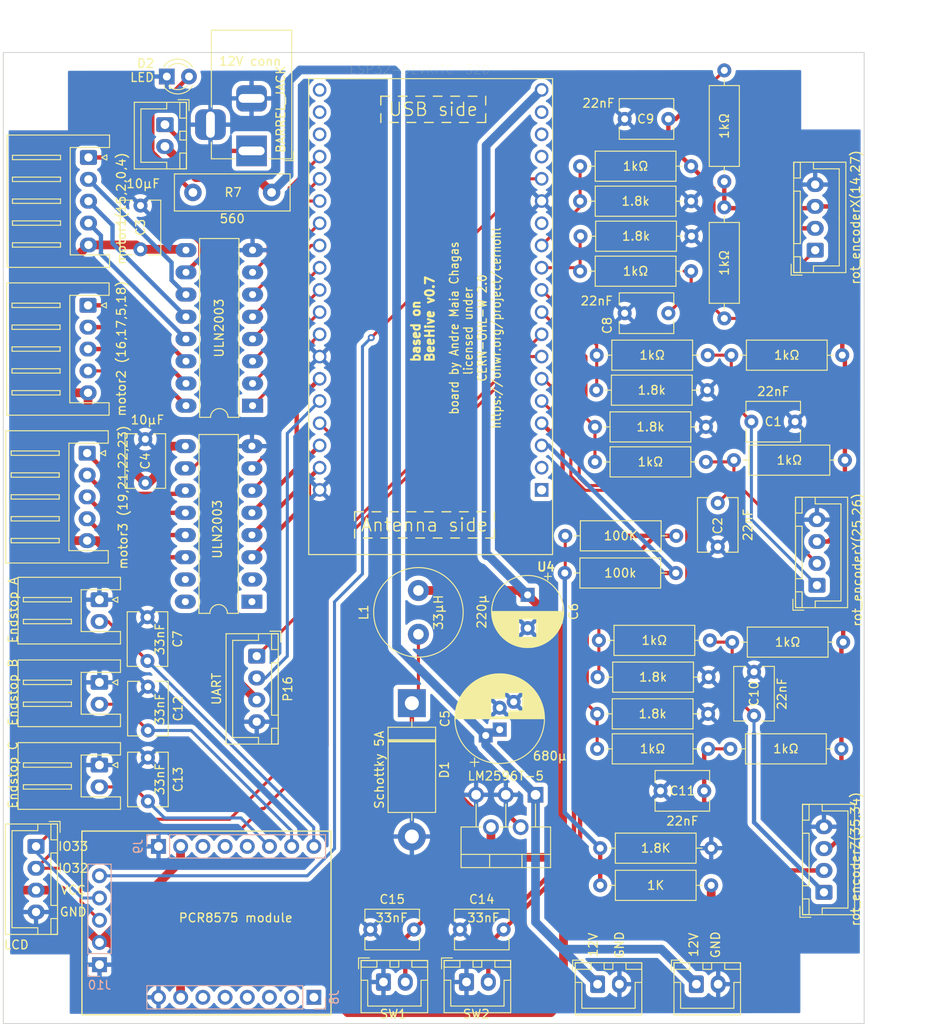
<source format=kicad_pcb>
(kicad_pcb (version 20240108) (generator "pcbnew") (generator_version "8.0")
  (layers (0 "F.Cu" signal) (31 "B.Cu" signal) (34 "B.Paste" user) (35 "F.Paste" user) (36 "B.SilkS" user "B.Silkscreen") (37 "F.SilkS" user "F.Silkscreen") (38 "B.Mask" user) (39 "F.Mask" user) (44 "Edge.Cuts" user))
  (net 0 "")
  (net 1 "GND")
  (net 2 "Net-(J1-Pin_1)")
  (net 3 "Net-(J1-Pin_2)")
  (net 4 "Net-(J2-Pin_1)")
  (net 5 "Net-(J2-Pin_2)")
  (net 6 "+5V")
  (net 7 "Net-(D1-K)")
  (net 8 "Net-(D2-A)")
  (net 9 "Net-(J13-Pin_1)")
  (net 10 "Net-(J13-Pin_2)")
  (net 11 "Net-(J13-Pin_3)")
  (net 12 "Net-(J13-Pin_4)")
  (net 13 "Net-(J15-Pin_1)")
  (net 14 "Net-(J15-Pin_2)")
  (net 15 "Net-(J15-Pin_3)")
  (net 16 "Net-(J15-Pin_4)")
  (net 17 "Net-(J17-Pin_1)")
  (net 18 "Net-(J17-Pin_2)")
  (net 19 "Net-(J17-Pin_3)")
  (net 20 "Net-(J17-Pin_4)")
  (net 21 "encoderZ_1")
  (net 22 "encoderZ_2")
  (net 23 "TX")
  (net 24 "RX")
  (net 30 "+3V3")
  (net 31 "encoderY_1")
  (net 32 "encoderY_2")
  (net 33 "encoderX_2")
  (net 34 "encoderX_1")
  (net 37 "Net-(U1-I5)")
  (net 38 "Net-(U2-I6)")
  (net 39 "Net-(U2-I3)")
  (net 40 "Net-(U2-I5)")
  (net 41 "Net-(U2-I2)")
  (net 42 "Net-(U2-I4)")
  (net 43 "Net-(U2-I7)")
  (net 44 "Net-(U2-I1)")
  (net 47 "Net-(U1-I7)")
  (net 49 "Net-(U1-I6)")
  (net 51 "Net-(P1-Pin_2)")
  (net 52 "Net-(P1-Pin_1)")
  (net 53 "Net-(J5-Pin_2)")
  (net 54 "Net-(J6-Pin_2)")
  (net 55 "Net-(U1-I3)")
  (net 56 "Net-(U1-I4)")
  (net 59 "Net-(J3-Pin_1)")
  (net 60 "Net-(J3-Pin_2)")
  (net 61 "Net-(J7-Pin_2)")
  (net 62 "Net-(J4-Pin_2)")
  (net 63 "Net-(J11-Pin_2)")
  (net 68 "I2C_SCL")
  (net 69 "I2C_INT")
  (net 70 "I2C_SDA")
  (net 75 "Net-(R16-Pad2)")
  (footprint "Connector_JST:JST_XH_B4B-XH-A_1x04_P2.50mm_Vertical" (layer "F.Cu") (at 188.4 136 90)
    (property "Reference" "J1" (hide yes))
    (property "Value" "rot_encoderZ(35,34)")
  )
  (footprint "Connector_JST:JST_XH_S2B-XH-A_1x02_P2.50mm_Horizontal" (layer "F.Cu") (at 105.5 112 -90)
    (property "Reference" "J6" (hide yes))
    (property "Value" "Endstop B")
  )
  (footprint "Connector_JST:JST_XH_B2B-XH-A_1x02_P2.50mm_Vertical" (layer "F.Cu") (at 113 48.25 -90)
    (property "Reference" "P1" (hide yes))
    (property "Value" "Conn_01x02" (hide yes))
  )
  (footprint "Resistor_THT:R_Axial_DIN0309_L9.0mm_D3.2mm_P12.70mm_Horizontal" (layer "F.Cu") (at 175.05 78.6 180)
    (property "Reference" "R3" (hide yes))
    (property "Value" "1.8k")
  )
  (footprint "Resistor_THT:R_Box_L13.0mm_W4.0mm_P9.00mm" (layer "F.Cu") (at 116.2 56)
    (property "Reference" "R7")
    (property "Value" "560")
  )
  (footprint "MountingHole:MountingHole_3.2mm_M3_DIN965" (layer "F.Cu") (at 189.2 146.5)
    (property "Reference" "H3" (hide yes))
    (property "Value" "MountingHole" (hide yes))
  )
  (footprint "Connector_JST:JST_XH_B2B-XH-A_1x02_P2.50mm_Vertical" (layer "F.Cu") (at 147.5 146.25)
    (property "Reference" "J4" (hide yes))
    (property "Value" "Switch 2")
  )
  (footprint "Resistor_THT:R_Axial_DIN0309_L9.0mm_D3.2mm_P12.70mm_Horizontal" (layer "F.Cu") (at 178.1 86.6)
    (property "Reference" "R4" (hide yes))
    (property "Value" "1kΩ")
  )
  (footprint "Connector_JST:JST_XH_B2B-XH-A_1x02_P2.50mm_Vertical" (layer "F.Cu") (at 138 146.25)
    (property "Reference" "J11" (hide yes))
    (property "Value" "Switch 1")
  )
  (footprint "Capacitor_THT:C_Disc_D6.0mm_W4.4mm_P5.00mm" (layer "F.Cu") (at 165.6 47.6)
    (property "Reference" "C9")
    (property "Value" "22nF")
  )
  (footprint "Resistor_THT:R_Axial_DIN0309_L9.0mm_D3.2mm_P12.70mm_Horizontal" (layer "F.Cu") (at 162.65 107.2)
    (property "Reference" "R23" (hide yes))
    (property "Value" "1kΩ")
  )
  (footprint "Resistor_THT:R_Axial_DIN0309_L9.0mm_D3.2mm_P12.70mm_Horizontal" (layer "F.Cu") (at 175.2 111.4 180)
    (property "Reference" "R24" (hide yes))
    (property "Value" "1.8k")
  )
  (footprint "Resistor_THT:R_Axial_DIN0309_L9.0mm_D3.2mm_P12.70mm_Horizontal" (layer "F.Cu") (at 177.7 119.6)
    (property "Reference" "R25" (hide yes))
    (property "Value" "1kΩ")
  )
  (footprint "Capacitor_THT:C_Disc_D6.0mm_W4.4mm_P5.00mm" (layer "F.Cu") (at 110.2 57.5 -90)
    (property "Reference" "C3")
    (property "Value" "10µF")
  )
  (footprint "Capacitor_THT:C_Disc_D6.0mm_W4.4mm_P5.00mm" (layer "F.Cu") (at 111.05 112.5 -90)
    (property "Reference" "C12")
    (property "Value" "C")
  )
  (footprint "Connector_JST:JST_XH_S5B-XH-A_1x05_P2.50mm_Horizontal" (layer "F.Cu") (at 104.25 52 -90)
    (property "Reference" "J13" (hide yes))
    (property "Value" "motor1(15,2,0,4)")
  )
  (footprint "Resistor_THT:R_Axial_DIN0309_L9.0mm_D3.2mm_P12.70mm_Horizontal" (layer "F.Cu") (at 173.2 57 180)
    (property "Reference" "R15" (hide yes))
    (property "Value" "1.8k")
  )
  (footprint "Resistor_THT:R_Axial_DIN0309_L9.0mm_D3.2mm_P12.70mm_Horizontal" (layer "F.Cu") (at 171.5 95.25 180)
    (property "Reference" "R8" (hide yes))
    (property "Value" "100K")
  )
  (footprint "Connector_JST:JST_XH_B4B-XH-A_1x04_P2.50mm_Vertical" (layer "F.Cu") (at 98.25 130.75 -90)
    (property "Reference" "P2" (hide yes))
    (property "Value" "LCD")
  )
  (footprint "Resistor_THT:R_Axial_DIN0309_L9.0mm_D3.2mm_P12.70mm_Horizontal" (layer "F.Cu") (at 177 42.05 -90)
    (property "Reference" "R13" (hide yes))
    (property "Value" "1kΩ")
  )
  (footprint "Resistor_THT:R_Axial_DIN0309_L9.0mm_D3.2mm_P12.70mm_Horizontal" (layer "F.Cu") (at 173.25 61 180)
    (property "Reference" "R12" (hide yes))
    (property "Value" "1.8k")
  )
  (footprint "Package_DIP:DIP-16_W7.62mm_LongPads" (layer "F.Cu") (at 122.95 102.78 180)
    (property "Reference" "U1" (hide yes))
    (property "Value" "ULN2003")
  )
  (footprint "Capacitor_THT:C_Disc_D6.0mm_W4.4mm_P5.00mm" (layer "F.Cu") (at 111 104.55 -90)
    (property "Reference" "C7")
    (property "Value" "C")
  )
  (footprint "Connector_JST:JST_XH_S2B-XH-A_1x02_P2.50mm_Horizontal" (layer "F.Cu") (at 105.5 121.45 -90)
    (property "Reference" "J7" (hide yes))
    (property "Value" "Endstop C")
  )
  (footprint "Connector_JST:JST_XH_B4B-XH-A_1x04_P2.50mm_Vertical" (layer "F.Cu") (at 123.5 109 -90)
    (property "Reference" "P16")
    (property "Value" "UART")
  )
  (footprint "Connector_JST:JST_XH_B4B-XH-A_1x04_P2.50mm_Vertical" (layer "F.Cu") (at 187.4 62.6 90)
    (property "Reference" "J3" (hide yes))
    (property "Value" "rot_encoderX(14,27)")
  )
  (footprint "Connector_BarrelJack:BarrelJack_Horizontal" (layer "F.Cu") (at 122.9075 51.25 -90)
    (property "Reference" "CON1" (hide yes))
    (property "Value" "BARREL_JACK")
  )
  (footprint "Connector_JST:JST_XH_B2B-XH-A_1x02_P2.50mm_Vertical" (layer "F.Cu") (at 162.5 146.5)
    (property "Reference" "P10" (hide yes))
    (property "Value" "Conn_01x02" (hide yes))
  )
  (footprint "Resistor_THT:R_Axial_DIN0309_L9.0mm_D3.2mm_P12.70mm_Horizontal" (layer "F.Cu") (at 162.4 74.6)
    (property "Reference" "R2" (hide yes))
    (property "Value" "1kΩ")
  )
  (footprint "Capacitor_THT:C_Disc_D6.0mm_W4.4mm_P5.00mm" (layer "F.Cu") (at 110.75 84.2 -90)
    (property "Reference" "C4")
    (property "Value" "10µF")
  )
  (footprint "Connector_JST:JST_XH_B2B-XH-A_1x02_P2.50mm_Vertical" (layer "F.Cu") (at 173.8 146.5)
    (property "Reference" "P15" (hide yes))
    (property "Value" "Conn_01x02" (hide yes))
  )
  (footprint "Diode_THT:D_DO-201AD_P15.24mm_Horizontal" (layer "F.Cu") (at 141.25 114.38 -90)
    (property "Reference" "D1")
    (property "Value" "Schottky 5A")
  )
  (footprint "Capacitor_THT:CP_Radial_D10.0mm_P2.50mm_P5.00mm" (layer "F.Cu") (at 151.3 117.4 90)
    (property "Reference" "C5")
    (property "Value" "680µ" (hide yes))
  )
  (footprint "Resistor_THT:R_Axial_DIN0309_L9.0mm_D3.2mm_P12.70mm_Horizontal" (layer "F.Cu") (at 174.9 82.8 180)
    (property "Reference" "R6" (hide yes))
    (property "Value" "1.8k")
  )
  (footprint "Resistor_THT:R_Axial_DIN0309_L9.0mm_D3.2mm_P12.70mm_Horizontal" (layer "F.Cu") (at 162.8 130.95)
    (property "Reference" "R17" (hide yes))
    (property "Value" "1.8K")
  )
  (footprint "Connector_JST:JST_XH_B4B-XH-A_1x04_P2.50mm_Vertical" (layer "F.Cu") (at 187.6 100.9 90)
    (property "Reference" "J2" (hide yes))
    (property "Value" "rot_encoderY(25,26)")
  )
  (footprint "Resistor_THT:R_Axial_DIN0309_L9.0mm_D3.2mm_P12.70mm_Horizontal" (layer "F.Cu") (at 177.8 74.6)
    (property "Reference" "R1" (hide yes))
    (property "Value" "1kΩ")
  )
  (footprint "Capacitor_THT:C_Disc_D6.0mm_W4.4mm_P5.00mm" (layer "F.Cu") (at 146.75 140.25)
    (property "Reference" "C14")
    (property "Value" "33nF")
  )
  (footprint "Capacitor_THT:C_Disc_D6.0mm_W4.4mm_P5.00mm" (layer "F.Cu") (at 165.6 69.8)
    (property "Reference" "C8")
    (property "Value" "22nF")
  )
  (footprint "Inductor_THT:L_Radial_D10.0mm_P5.00mm_Neosid_SD12_style3" (layer "F.Cu") (at 142 106.5 90)
    (property "Reference" "L1")
    (property "Value" "33µH")
  )
  (footprint "Capacitor_THT:C_Disc_D6.0mm_W4.4mm_P5.00mm" (layer "F.Cu") (at 169.7 124.4)
    (property "Reference" "C11")
    (property "Value" "22nF")
  )
  (footprint "Package_TO_SOT_THT:TO-220-5_P3.4x3.7mm_StaggerOdd_Lead3.8mm_Vertical" (layer "F.Cu") (at 155.4 124.85 180)
    (property "Reference" "U3" (hide yes))
    (property "Value" "LM2596T-5")
  )
  (footprint "MountingHole:MountingHole_3.2mm_M3_DIN965" (layer "F.Cu") (at 98.7 45.5)
    (property "Reference" "H2" (hide yes))
    (property "Value" "MountingHole" (hide yes))
  )
  (footprint "Resistor_THT:R_Axial_DIN0309_L9.0mm_D3.2mm_P12.70mm_Horizontal" (layer "F.Cu") (at 162.2 86.8)
    (property "Reference" "R5" (hide yes))
    (property "Value" "1kΩ")
  )
  (footprint "Connector_JST:JST_XH_S5B-XH-A_1x05_P2.50mm_Horizontal" (layer "F.Cu") (at 104.1 85.8 -90)
    (property "Reference" "J17" (hide yes))
    (property "Value" "motor3 (19,21,22,23)")
  )
  (footprint "MountingHole:MountingHole_3.2mm_M3_DIN965" (layer "F.Cu") (at 189.2 45.5)
    (property "Reference" "H1" (hide yes))
    (property "Value" "MountingHole" (hide yes))
  )
  (footprint "Resistor_THT:R_Axial_DIN0309_L9.0mm_D3.2mm_P12.70mm_Horizontal" (layer "F.Cu") (at 160.5 53)
    (property "Reference" "R14" (hide yes))
    (property "Value" "1kΩ")
  )
  (footprint "Capacitor_THT:C_Disc_D6.0mm_W4.4mm_P5.00mm" (layer "F.Cu") (at 185.1 82.2 180)
    (property "Reference" "C1")
    (property "Value" "22nF")
  )
  (footprint "Capacitor_THT:C_Disc_D6.0mm_W4.4mm_P5.00mm" (layer "F.Cu") (at 136.5 140.25)
    (property "Reference" "C15")
    (property "Value" "33nF")
  )
  (footprint "Resistor_THT:R_Axial_DIN0309_L9.0mm_D3.2mm_P12.70mm_Horizontal" (layer "F.Cu") (at 177 70.4 90)
    (property "Reference" "R10" (hide yes))
    (property "Value" "1kΩ")
  )
  (footprint "LED_THT:LED_D3.0mm" (layer "F.Cu") (at 113.21 42.75)
    (property "Reference" "D2")
    (property "Value" "LED")
  )
  (footprint "Resistor_THT:R_Axial_DIN0309_L9.0mm_D3.2mm_P12.70mm_Horizontal" (layer "F.Cu") (at 162.45 119.6)
    (property "Reference" "R26" (hide yes))
    (property "Value" "1kΩ")
  )
  (footprint "Resistor_THT:R_Axial_DIN0309_L9.0mm_D3.2mm_P12.70mm_Horizontal" (layer "F.Cu") (at 160.5 65)
    (property "Reference" "R11" (hide yes))
    (property "Value" "1kΩ")
  )
  (footprint "Resistor_THT:R_Axial_DIN0309_L9.0mm_D3.2mm_P12.70mm_Horizontal" (layer "F.Cu") (at 158.75 99.5)
    (property "Reference" "R9" (hide yes))
    (property "Value" "100k")
  )
  (footprint "Package_DIP:DIP-16_W7.62mm_LongPads" (layer "F.Cu") (at 123.025 80.375 180)
    (property "Reference" "U2" (hide yes))
    (property "Value" "ULN2003")
  )
  (footprint "Resistor_THT:R_Axial_DIN0309_L9.0mm_D3.2mm_P12.70mm_Horizontal" (layer "F.Cu") (at 175.15 115.6 180)
    (property "Reference" "R27" (hide yes))
    (property "Value" "1.8k")
  )
  (footprint "Connector_JST:JST_XH_S5B-XH-A_1x05_P2.50mm_Horizontal" (layer "F.Cu") (at 104.2 68.9 -90)
    (property "Reference" "J15" (hide yes))
    (property "Value" "motor2 (16,17,5,18)")
  )
  (footprint "MountingHole:MountingHole_3.2mm_M3_DIN965" (layer "F.Cu") (at 98.7 146.5)
    (property "Reference" "H4" (hide yes))
    (property "Value" "MountingHole" (hide yes))
  )
  (footprint "Resistor_THT:R_Axial_DIN0309_L9.0mm_D3.2mm_P12.70mm_Horizontal" (layer "F.Cu") (at 177.9 107.4)
    (property "Reference" "R22" (hide yes))
    (property "Value" "1kΩ")
  )
  (footprint "Resistor_THT:R_Axial_DIN0309_L9.0mm_D3.2mm_P12.70mm_Horizontal" (layer "F.Cu") (at 175.5 135.2 180)
    (property "Reference" "R16" (hide yes))
    (property "Value" "1K")
  )
  (footprint "Capacitor_THT:C_Disc_D6.0mm_W4.4mm_P5.00mm" (layer "F.Cu") (at 111.05 120.6 -90)
    (property "Reference" "C13")
    (property "Value" "C")
  )
  (footprint "Capacitor_THT:C_Disc_D6.0mm_W4.4mm_P5.00mm" (layer "F.Cu") (at 176.25 96.5 90)
    (property "Reference" "C2")
    (property "Value" "22nF")
  )
  (footprint "Capacitor_THT:CP_Radial_D8.0mm_P3.80mm" (layer "F.Cu") (at 154.5 102 -90)
    (property "Reference" "C6")
    (property "Value" "220µ")
  )
  (footprint "Connector_JST:JST_XH_S2B-XH-A_1x02_P2.50mm_Horizontal" (layer "F.Cu") (at 105.5 102.55 -90)
    (property "Reference" "J5" (hide yes))
    (property "Value" "Endstop A")
  )
  (footprint "footprints:MODULE_ESP32-DEVKITC-32D" (layer "F.Cu") (at 156.1 90 180)
    (property "Reference" "U4")
    (property "Value" "ESP32-DEVKITC-32D")
  )
  (footprint "Capacitor_THT:C_Disc_D6.0mm_W4.4mm_P5.00mm" (layer "F.Cu") (at 180.4 110.8 -90)
    (property "Reference" "C10")
    (property "Value" "22nF")
  )
  (footprint "Connector_PinHeader_2.54mm:PinHeader_1x05_P2.54mm_Vertical" (layer "B.Cu") (at 105.51 144.27)
    (property "Reference" "J10")
    (property "Value" "pcf8575 IO expander")
  )
  (footprint "Connector_PinHeader_2.54mm:PinHeader_1x08_P2.54mm_Vertical" (layer "B.Cu") (at 130.04 148 90)
    (property "Reference" "J8")
    (property "Value" "Conn_01x16" (hide yes))
  )
  (footprint "Connector_PinHeader_2.54mm:PinHeader_1x08_P2.54mm_Vertical" (layer "B.Cu") (at 112.26 130.75 -90)
    (property "Reference" "J9")
    (property "Value" "Conn_01x16" (hide yes))
  )
  (gr_line (start 140.7 45) (end 139.7 45) (stroke (width 0.15)) (layer "F.SilkS"))
  (gr_line (start 139.7 92.5) (end 138.7 92.5) (stroke (width 0.15)) (layer "F.SilkS"))
  (gr_line (start 148.7 45) (end 147.7 45) (stroke (width 0.15)) (layer "F.SilkS"))
  (gr_line (start 142.7 45) (end 141.7 45) (stroke (width 0.15)) (layer "F.SilkS"))
  (gr_line (start 142.7 95.5) (end 141.7 95.5) (stroke (width 0.15)) (layer "F.SilkS"))
  (gr_line (start 137.7 47) (end 137.7 48) (stroke (width 0.15)) (layer "F.SilkS"))
  (gr_line (start 150.7 95.5) (end 149.7 95.5) (stroke (width 0.15)) (layer "F.SilkS"))
  (gr_line (start 135.7 92.5) (end 134.7 92.5) (stroke (width 0.15)) (layer "F.SilkS"))
  (gr_line (start 141.7 92.5) (end 140.7 92.5) (stroke (width 0.15)) (layer "F.SilkS"))
  (gr_line (start 136.7 95.5) (end 135.7 95.5) (stroke (width 0.15)) (layer "F.SilkS"))
  (gr_line (start 149.7 45) (end 149.7 46) (stroke (width 0.15)) (layer "F.SilkS"))
  (gr_line (start 143.7 92.5) (end 142.7 92.5) (stroke (width 0.15)) (layer "F.SilkS"))
  (gr_line (start 140.7 95.5) (end 139.7 95.5) (stroke (width 0.15)) (layer "F.SilkS"))
  (gr_line (start 138.7 45) (end 137.7 45) (stroke (width 0.15)) (layer "F.SilkS"))
  (gr_line (start 144.7 95.5) (end 143.7 95.5) (stroke (width 0.15)) (layer "F.SilkS"))
  (gr_line (start 150.7 94.5) (end 150.7 95.5) (stroke (width 0.15)) (layer "F.SilkS"))
  (gr_line (start 149.7 47) (end 149.7 48) (stroke (width 0.15)) (layer "F.SilkS"))
  (gr_line (start 137.7 92.5) (end 136.7 92.5) (stroke (width 0.15)) (layer "F.SilkS"))
  (gr_line (start 147.7 48) (end 146.7 48) (stroke (width 0.15)) (layer "F.SilkS"))
  (gr_line (start 143.7 48) (end 142.7 48) (stroke (width 0.15)) (layer "F.SilkS"))
  (gr_line (start 146.7 45) (end 145.7 45) (stroke (width 0.15)) (layer "F.SilkS"))
  (gr_line (start 144.7 45) (end 143.7 45) (stroke (width 0.15)) (layer "F.SilkS"))
  (gr_line (start 147.7 92.5) (end 146.7 92.5) (stroke (width 0.15)) (layer "F.SilkS"))
  (gr_line (start 145.7 48) (end 144.7 48) (stroke (width 0.15)) (layer "F.SilkS"))
  (gr_line (start 150.7 92.5) (end 150.7 93.5) (stroke (width 0.15)) (layer "F.SilkS"))
  (gr_rect (start 103.5 129) (end 132 150) (stroke (width 0.15)) (fill none) (layer "F.SilkS"))
  (gr_line (start 149.7 48) (end 148.7 48) (stroke (width 0.15)) (layer "F.SilkS"))
  (gr_line (start 148.7 95.5) (end 147.7 95.5) (stroke (width 0.15)) (layer "F.SilkS"))
  (gr_line (start 145.7 92.5) (end 144.7 92.5) (stroke (width 0.15)) (layer "F.SilkS"))
  (gr_line (start 146.7 95.5) (end 145.7 95.5) (stroke (width 0.15)) (layer "F.SilkS"))
  (gr_line (start 149.7 92.5) (end 148.7 92.5) (stroke (width 0.15)) (layer "F.SilkS"))
  (gr_line (start 138.7 95.5) (end 137.7 95.5) (stroke (width 0.15)) (layer "F.SilkS"))
  (gr_line (start 134.7 92.5) (end 134.7 93.5) (stroke (width 0.15)) (layer "F.SilkS"))
  (gr_line (start 139.7 48) (end 138.7 48) (stroke (width 0.15)) (layer "F.SilkS"))
  (gr_line (start 137.7 45) (end 137.7 46) (stroke (width 0.15)) (layer "F.SilkS"))
  (gr_line (start 134.7 94.5) (end 134.7 95.5) (stroke (width 0.15)) (layer "F.SilkS"))
  (gr_line (start 141.7 48) (end 140.7 48) (stroke (width 0.15)) (layer "F.SilkS"))
  (gr_rect (start 94.5 40) (end 193 151) (stroke (width 0.1)) (fill none) (layer "Edge.Cuts"))
  (gr_text "SW1" (at 137.5 150.5 0) (layer "F.SilkS") (effects (font (size 1 1)) (justify left bottom)))
  (gr_text "33nF" (at 113 125 90) (layer "F.SilkS") (effects (font (size 1 1)) (justify left bottom)))
  (gr_text "12V" (at 162 142 90) (layer "F.SilkS") (effects (font (size 1 1))))
  (gr_text "Endstop C" (at 96.19 126.51 90) (layer "F.SilkS") (effects (font (size 1 1)) (justify left bottom)))
  (gr_text "12V" (at 173.5 142 90) (layer "F.SilkS") (effects (font (size 1 1))))
  (gr_text "Antenna side" (at 142.7 94 0) (layer "F.SilkS") (effects (font (size 1.5 1.5))))
  (gr_text "IO32\n" (at 102.5 133.25 0) (layer "F.SilkS") (effects (font (size 1 1))))
  (gr_text "Endstop A\n" (at 96.19 107.61 90) (layer "F.SilkS") (effects (font (size 1 1)) (justify left bottom)))
  (gr_text "IO33\n" (at 102.5 130.75 0) (layer "F.SilkS") (effects (font (size 1 1))))
  (gr_text "SW2\n" (at 147 150.5 0) (layer "F.SilkS") (effects (font (size 1 1)) (justify left bottom)))
  (gr_text "33nF" (at 113 109 90) (layer "F.SilkS") (effects (font (size 1 1)) (justify left bottom)))
  (gr_text "680μ" (at 155 121 0) (layer "F.SilkS") (effects (font (size 1 1)) (justify left bottom)))
  (gr_text "12V conn" (at 122.75 41 0) (layer "F.SilkS") (effects (font (size 1 1))))
  (gr_text "VCC" (at 102.5 135.75 0) (layer "F.SilkS") (effects (font (size 1 1))))
  (gr_text "USB side" (at 143.7 46.5 0) (layer "F.SilkS") (effects (font (size 1.5 1.5))))
  (gr_text "Endstop B" (at 96.19 117.06 90) (layer "F.SilkS") (effects (font (size 1 1)) (justify left bottom)))
  (gr_text "based on\nBeeHive v0.7" (at 142.5 75.5 90) (layer "F.SilkS") (effects (font (size 1 1) (thickness 0.25)) (justify left)))
  (gr_text "GND" (at 102.5 138.25 0) (layer "F.SilkS") (effects (font (size 1 1))))
  (gr_text "GND" (at 165 142 90) (layer "F.SilkS") (effects (font (size 1 1))))
  (gr_text "33nF" (at 147.5 139.5 0) (layer "F.SilkS") (effects (font (size 1 1)) (justify left bottom)))
  (gr_text "board by Andre Maia Chagas\nlicensed under \nCERN-OHL-W 2.0\nhttps://ohwr.org/project/cernohl" (at 148.5 71.5 90) (layer "F.SilkS") (effects (font (size 1 0.9))))
  (gr_text "PCR8575 module" (at 114.5 139.5 0) (layer "F.SilkS") (effects (font (size 1 1)) (justify left bottom)))
  (gr_text "33nF" (at 137 139.5 0) (layer "F.SilkS") (effects (font (size 1 1)) (justify left bottom)))
  (gr_text "GND" (at 176 142 90) (layer "F.SilkS") (effects (font (size 1 1))))
  (gr_text "33nF" (at 113 117 90) (layer "F.SilkS") (effects (font (size 1 1)) (justify left bottom)))
  (segment (start 177.9 113.3) (end 180.4 115.8) (width 0.35) (layer "F.Cu") (net 2))
  (segment (start 177.9 107.4) (end 175.55 107.4) (width 0.35) (layer "F.Cu") (net 2))
  (segment (start 177.9 107.4) (end 177.9 113.3) (width 0.35) (layer "F.Cu") (net 2))
  (segment (start 175.55 107.4) (end 175.35 107.2) (width 0.35) (layer "F.Cu") (net 2))
  (segment (start 188.4 136) (end 180.4 128) (width 0.5) (layer "B.Cu") (net 2))
  (segment (start 180.4 115.8) (end 180.4 117.8) (width 0.35) (layer "B.Cu") (net 2))
  (segment (start 180.4 128) (end 180.4 117.8) (width 0.5) (layer "B.Cu") (net 2))
  (segment (start 174.7 125.7) (end 182.5 133.5) (width 0.5) (layer "F.Cu") (net 3))
  (segment (start 174.7 120.05) (end 175.15 119.6) (width 0.5) (layer "F.Cu") (net 3))
  (segment (start 175.15 119.6) (end 177.7 119.6) (width 0.35) (layer "F.Cu") (net 3))
  (segment (start 174.7 124.4) (end 174.7 120.05) (width 0.5) (layer "F.Cu") (net 3))
  (segment (start 174.7 124.4) (end 174.7 125.7) (width 0.5) (layer "F.Cu") (net 3))
  (segment (start 182.5 133.5) (end 188.4 133.5) (width 0.5) (layer "F.Cu") (net 3))
  (segment (start 177.8 79.9) (end 177.8 74.6) (width 0.35) (layer "F.Cu") (net 4))
  (segment (start 175.1 74.6) (end 177.8 74.6) (width 0.35) (layer "F.Cu") (net 4))
  (segment (start 180.1 82.2) (end 177.8 79.9) (width 0.35) (layer "F.Cu") (net 4))
  (segment (start 180.1 93.4) (end 187.6 100.9) (width 0.35) (layer "B.Cu") (net 4))
  (segment (start 180.1 82.2) (end 180.1 93.4) (width 0.35) (layer "B.Cu") (net 4))
  (segment (start 178.1 88.75) (end 178.1 88.9) (width 0.35) (layer "F.Cu") (net 5))
  (segment (start 174.9 86.8) (end 177.9 86.8) (width 0.35) (layer "F.Cu") (net 5))
  (segment (start 176.25 91.5) (end 178.1 89.65) (width 0.35) (layer "F.Cu") (net 5))
  (segment (start 177.9 86.8) (end 178.1 86.6) (width 0.35) (layer "F.Cu") (net 5))
  (segment (start 178.1 86.6) (end 178.1 88.75) (width 0.35) (layer "F.Cu") (net 5))
  (segment (start 178.1 89.65) (end 178.1 88.75) (width 0.35) (layer "F.Cu") (net 5))
  (segment (start 178.1 88.9) (end 187.6 98.4) (width 0.35) (layer "F.Cu") (net 5))
  (segment (start 190.6 94.6) (end 190.6 107.4) (width 0.5) (layer "F.Cu") (net 6))
  (segment (start 189.2 57.6) (end 187.4 57.6) (width 0.5) (layer "F.Cu") (net 6))
  (segment (start 95.95 128.15) (end 97.15 126.95) (width 1) (layer "F.Cu") (net 6))
  (segment (start 175.5 139.6) (end 175.5 135.2) (width 1) (layer "F.Cu") (net 6))
  (segment (start 154 102) (end 153.5 101.5) (width 1) (layer "F.Cu") (net 6))
  (segment (start 105.256498 95.8) (end 123.456498 114) (width 1) (layer "F.Cu") (net 6))
  (segment (start 98.25 135.75) (end 95.95 135.75) (width 1) (layer "F.Cu") (net 6))
  (segment (start 133.9 149.75) (end 157.15 149.75) (width 1) (layer "F.Cu") (net 6))
  (segment (start 190.5 74.6) (end 190.5 58.9) (width 0.5) (layer "F.Cu") (net 6))
  (segment (start 111.915 86.735) (end 113.65 85) (width 1) (layer "F.Cu") (net 6))
  (segment (start 104.1 95.8) (end 105.256498 95.8) (width 1) (layer "F.Cu") (net 6))
  (segment (start 177 54.75) (end 177 57.7) (width 0.5) (layer "F.Cu") (net 6))
  (segment (start 110.25 145.282919) (end 106.697081 141.73) (width 1) (layer "F.Cu") (net 6))
  (segment (start 123.456498 114) (end 123.5 114) (width 1) (layer "F.Cu") (net 6))
  (segment (start 97.15 126.95) (end 97.15 98.55) (width 1) (layer "F.Cu") (net 6))
  (segment (start 97.15 98.55) (end 97.15 79) (width 1) (layer "F.Cu") (net 6))
  (segment (start 190.8 94) (end 190.8 86.6) (width 0.5) (layer "F.Cu") (net 6))
  (segment (start 105.495 141.73) (end 101.2 137.435) (width 1) (layer "F.Cu") (net 6))
  (segment (start 101.2 135.75) (end 98.25 135.75) (width 1) (layer "F.Cu") (net 6))
  (segment (start 188 57.8) (end 177.1 57.8) (width 0.5) (layer "F.Cu") (net 6))
  (segment (start 99.9 95.8) (end 104.1 95.8) (width 1) (layer "F.Cu") (net 6))
  (segment (start 158.5 106) (end 158.5 131) (width 1) (layer "F.Cu") (net 6))
  (segment (start 147.571321 131.3) (end 144.371321 134.5) (width 1) (layer "F.Cu") (net 6))
  (segment (start 187.6 95.9) (end 188.9 95.9) (width 0.5) (layer "F.Cu") (net 6))
  (segment (start 110.75 89.2) (end 111.13 89.2) (width 1) (layer "F.Cu") (net 6))
  (segment (start 190.4 119.6) (end 190.4 107.6) (width 0.5) (layer "F.Cu") (net 6))
  (segment (start 157.5 132) (end 151 132) (width 1) (layer "F.Cu") (net 6))
  (segment (start 111.13 89.2) (end 111.915 88.415) (width 1) (layer "F.Cu") (net 6))
  (segment (start 113.65 85) (end 115.33 85) (width 1) (layer "F.Cu") (net 6))
  (segment (start 190.4 129.6) (end 190.4 129) (width 0.5) (layer "F.Cu") (net 6))
  (segment (start 114.785 132.44) (end 114.785 130.75) (width 1) (layer "F.Cu") (net 6))
  (segment (start 177.1 57.8) (end 177 57.7) (width 0.5) (layer "F.Cu") (net 6))
  (segment (start 190.5 58.9) (end 189.2 57.6) (width 0.5) (layer "F.Cu") (net 6))
  (segment (start 110.25 145.282919) (end 114.8 145.282919) (width 1) (layer "F.Cu") (net 6))
  (segment (start 104.2 82.65) (end 110.75 89.2) (width 1) (layer "F.Cu") (net 6))
  (segment (start 190.4 129) (end 190.4 119.6) (width 0.5) (layer "F.Cu") (net 6))
  (segment (start 154.5 102) (end 158.5 106) (width 1) (layer "F.Cu") (net 6))
  (segment (start 105.495 141.73) (end 114.785 132.44) (width 1) (layer "F.Cu") (net 6))
  (segment (start 153.5 101.5) (end 142 101.5) (width 1) (layer "F.Cu") (net 6))
  (segment (start 104.2 78.9) (end 104.2 82.65) (width 1) (layer "F.Cu") (net 6))
  (segment (start 158.6 139.6) (end 160.5 139.6) (width 1) (layer "F.Cu") (net 6))
  (segment (start 133.667081 145.282919) (end 133.7 145.25) (width 1) (layer "F.Cu") (net 6))
  (segment (start 97.15 79) (end 97.25 78.9) (width 1) (layer "F.Cu") (net 6))
  (segment (start 111.18 89.15) (end 111.915 88.415) (width 1) (layer "F.Cu") (net 6))
  (segment (start 188.9 95.9) (end 190.8 94) (width 0.5) (layer "F.Cu") (net 6))
  (segment (start 158.6 148.3) (end 158.6 139.6) (width 1) (layer "F.Cu") (net 6))
  (segment (start 104.25 62) (end 109.7 62) (width 1) (layer "F.Cu") (net 6))
  (segment (start 150.3 131.3) (end 150.3 128.55) (width 1) (layer "F.Cu") (net 6))
  (segment (start 133.7 145.25) (end 133.7 149.55) (width 1) (layer "F.Cu") (net 6))
  (segment (start 144.371321 134.5) (end 138 134.5) (width 1) (layer "F.Cu") (net 6))
  (segment (start 114.8 145.282919) (end 133.667081 145.282919) (width 1) (layer "F.Cu") (net 6))
  (segment (start 133.7 138.8) (end 133.7 145.25) (width 1) (layer "F.Cu") (net 6))
  (segment (start 151 132) (end 150.3 131.3) (width 1) (layer "F.Cu") (net 6))
  (segment (start 174 139.6) (end 188.9 139.6) (width 1) (layer "F.Cu") (net 6))
  (segment (start 97.25 78.9) (end 104.2 78.9) (width 1) (layer "F.Cu") (net 6))
  (segment (start 114.785 145.297919) (end 114.8 145.282919) (width 1) (layer "F.Cu") (net 6))
  (segment (start 97.15 98.55) (end 99.9 95.8) (width 1) (layer "F.Cu") (net 6))
  (segment (start 157.15 149.75) (end 158.6 148.3) (width 1) (layer "F.Cu") (net 6))
  (segment (start 109.7 62) (end 110.2 62.5) (width 1) (layer "F.Cu") (net 6))
  (segment (start 189 131) (end 190.4 129.6) (width 0.5) (layer "F.Cu") (net 6))
  (segment (start 160.5 139.6) (end 174 139.6) (width 1) (layer "F.Cu") (net 6))
  (segment (start 101.2 137.435) (end 101.2 135.75) (width 1) (layer "F.Cu") (net 6))
  (segment (start 188.9 139.6) (end 190.5 138) (width 0.5) (layer "F.Cu") (net 6))
  (segment (start 158.5 131) (end 157.5 132) (width 1) (layer "F.Cu") (net 6))
  (segment (start 138 134.5) (end 133.7 138.8) (width 1) (layer "F.Cu") (net 6))
  (segment (start 133.7 149.55) (end 133.9 149.75) (width 1) (layer "F.Cu") (net 6))
  (segment (start 190.8 86.6) (end 190.8 74.9) (width 0.5) (layer "F.Cu") (net 6))
  (segment (start 190.5 129.1) (end 190.4 129) (width 0.5) (layer "F.Cu") (net 6))
  (segment (start 190.8 94) (end 190.8 94.4) (width 0.5) (layer "F.Cu") (net 6))
  (segment (start 97.15 69.1) (end 104.25 62) (width 1) (layer "F.Cu") (net 6))
  (segment (start 154.5 102) (end 154 102) (width 1) (layer "F.Cu") (net 6))
  (segment (start 190.8 74.9) (end 190.5 74.6) (width 0.5) (layer "F.Cu") (net 6))
  (segment (start 106.697081 141.73) (end 105.495 141.73) (width 1) (layer "F.Cu") (net 6))
  (segment (start 114.75 148.035) (end 114.785 148) (width 1) (layer "F.Cu") (net 6))
  (segment (start 190.8 94.4) (end 190.6 94.6) (width 0.5) (layer "F.Cu") (net 6))
  (segment (start 190.5 138) (end 190.5 129.1) (width 0.5) (layer "F.Cu") (net 6))
  (segment (start 188.4 131) (end 189 131) (width 0.5) (layer "F.Cu") (net 6))
  (segment (start 114.785 148) (end 114.785 145.297919) (width 1) (layer "F.Cu") (net 6))
  (segment (start 150.3 131.3) (end 147.571321 131.3) (width 1) (layer "F.Cu") (net 6))
  (segment (start 95.95 135.75) (end 95.95 128.15) (width 1) (layer "F.Cu") (net 6))
  (segment (start 97.15 79) (end 97.15 69.1) (width 1) (layer "F.Cu") (net 6))
  (segment (start 190.4 107.6) (end 190.6 107.4) (width 0.5) (layer "F.Cu") (net 6))
  (segment (start 111.915 88.415) (end 111.915 86.735) (width 1) (layer "F.Cu") (net 6))
  (segment (start 110.2 62.5) (end 115.31 62.5) (width 1) (layer "F.Cu") (net 6))
  (segment (start 150 97.5) (end 149.75 97.5) (width 1) (layer "B.Cu") (net 6))
  (segment (start 149.75 97.5) (end 149.75 50.63) (width 1) (layer "B.Cu") (net 6))
  (segment (start 154.5 102) (end 150 97.5) (width 1) (layer "B.Cu") (net 6))
  (segment (start 149.75 50.63) (end 156.1 44.28) (width 1) (layer "B.Cu") (net 6))
  (segment (start 151.65 126.5) (end 153.7 128.55) (width 0.5) (layer "F.Cu") (net 7))
  (segment (start 141.25 119.409189) (end 148.340811 126.5) (width 0.5) (layer "F.Cu") (net 7))
  (segment (start 141.25 114.38) (end 141.25 119.409189) (width 0.5) (layer "F.Cu") (net 7))
  (segment (start 142 106.5) (end 142 113.63) (width 0.35) (layer "F.Cu") (net 7))
  (segment (start 142 113.63) (end 141.25 114.38) (width 0.35) (layer "F.Cu") (net 7))
  (segment (start 148.340811 126.5) (end 151.65 126.5) (width 0.5) (layer "F.Cu") (net 7))
  (segment (start 111.55 46.95) (end 115.75 42.75) (width 0.5) (layer "F.Cu") (net 8))
  (segment (start 111.55 51.35) (end 111.55 46.95) (width 0.5) (layer "F.Cu") (net 8))
  (segment (start 116.2 56) (end 111.55 51.35) (width 0.5) (layer "F.Cu") (net 8))
  (segment (start 117.055 61.805) (end 107.25 52) (width 0.5) (layer "F.Cu") (net 9))
  (segment (start 107.25 52) (end 104.25 52) (width 0.5) (layer "F.Cu") (net 9))
  (segment (start 117.055 63.485) (end 117.055 61.805) (width 0.5) (layer "F.Cu") (net 9))
  (segment (start 115.405 65.135) (end 117.055 63.485) (width 0.5) (layer "F.Cu") (net 9))
  (segment (start 115.405 67.675) (end 113.755 66.025) (width 0.5) (layer "B.Cu") (net 10))
  (segment (start 113.755 64.005) (end 104.25 54.5) (width 0.5) (layer "B.Cu") (net 10))
  (segment (start 113.755 66.025) (end 113.755 64.005) (width 0.5) (layer "B.Cu") (net 10))
  (segment (start 115.405 70.215) (end 107 61.81) (width 0.5) (layer "B.Cu") (net 11))
  (segment (start 107 61.81) (end 107 59.75) (width 0.5) (layer "B.Cu") (net 11))
  (segment (start 107 59.75) (end 104.25 57) (width 0.5) (layer "B.Cu") (net 11))
  (segment (start 105.675 60.925) (end 104.25 59.5) (width 0.5) (layer "B.Cu") (net 12))
  (segment (start 105.675 63.025) (end 105.675 60.925) (width 0.5) (layer "B.Cu") (net 12))
  (segment (start 115.405 72.755) (end 105.675 63.025) (width 0.5) (layer "B.Cu") (net 12))
  (segment (start 109.01 68.9) (end 104.2 68.9) (width 0.5) (layer "F.Cu") (net 13))
  (segment (start 115.405 75.295) (end 109.01 68.9) (width 0.5) (layer "F.Cu") (net 13))
  (segment (start 115.405 77.835) (end 108.97 71.4) (width 0.5) (layer "F.Cu") (net 14))
  (segment (start 108.97 71.4) (end 104.2 71.4) (width 0.5) (layer "F.Cu") (net 14))
  (segment (start 108.93 73.9) (end 104.2 73.9) (width 0.5) (layer "F.Cu") (net 15))
  (segment (start 115.405 80.375) (end 108.93 73.9) (width 0.5) (layer "F.Cu") (net 15))
  (segment (start 113.7 83) (end 107.1 76.4) (width 0.35) (layer "F.Cu") (net 16))
  (segment (start 117.7 86) (end 117.7 84.5) (width 0.35) (layer "F.Cu") (net 16))
  (segment (start 116.16 87.54) (end 117.7 86) (width 0.35) (layer "F.Cu") (net 16))
  (segment (start 107.1 76.4) (end 104.2 76.4) (width 0.35) (layer "F.Cu") (net 16))
  (segment (start 117.7 84.5) (end 116.2 83) (width 0.35) (layer "F.Cu") (net 16))
  (segment (start 116.2 83) (end 113.7 83) (width 0.35) (layer "F.Cu") (net 16))
  (segment (start 108.75 90.45) (end 114.96 90.45) (width 0.5) (layer "F.Cu") (net 17))
  (segment (start 104.1 85.8) (end 108.75 90.45) (width 0.5) (layer "F.Cu") (net 17))
  (segment (start 114.96 90.45) (end 115.33 90.08) (width 0.5) (layer "F.Cu") (net 17))
  (segment (start 104.1 88.3) (end 108.42 92.62) (width 0.5) (layer "F.Cu") (net 18))
  (segment (start 108.42 92.62) (end 115.33 92.62) (width 0.5) (layer "F.Cu") (net 18))
  (segment (start 108.46 95.16) (end 115.33 95.16) (width 0.5) (layer "F.Cu") (net 19))
  (segment (start 104.1 90.8) (end 108.46 95.16) (width 0.5) (layer "F.Cu") (net 19))
  (segment (start 108.5 97.7) (end 115.33 97.7) (width 0.5) (layer "F.Cu") (net 20))
  (segment (start 104.1 93.3) (end 108.5 97.7) (width 0.5) (layer "F.Cu") (net 20))
  (segment (start 156.3 77.3) (end 156.1 77.3) (width 0.35) (layer "F.Cu") (net 21))
  (segment (start 160.4 81.4) (end 156.3 77.3) (width 0.35) (layer "F.Cu") (net 21))
  (segment (start 160.4 88.6) (end 160.4 81.4) (width 0.35) (layer "F.Cu") (net 21))
  (segment (start 162.65 107.2) (end 162.65 111.25) (width 0.35) (layer "F.Cu") (net 21))
  (segment (start 173.25 90.25) (end 172.5 89.5) (width 0.35) (layer "F.Cu") (net 21))
  (segment (start 161.3 89.5) (end 160.4 88.6) (width 0.35) (layer "F.Cu") (net 21))
  (segment (start 162.65 107.2) (end 162.65 104.35) (width 0.35) (layer "F.Cu") (net 21))
  (segment (start 162.65 111.25) (end 162.5 111.4) (width 0.35) (layer "F.Cu") (net 21))
  (segment (start 172.5 89.5) (end 161.3 89.5) (width 0.35) (layer "F.Cu") (net 21))
  (segment (start 162.65 104.35) (end 162.75 104.25) (width 0.35) (layer "F.Cu") (net 21))
  (segment (start 173.25 104.25) (end 173.25 90.25) (width 0.35) (layer "F.Cu") (net 21))
  (segment (start 162.75 104.25) (end 173.25 104.25) (width 0.35) (layer "F.Cu") (net 21))
  (segment (start 172.7 102.3) (end 172.7 90.477818) (width 0.35) (layer "F.Cu") (net 22))
  (segment (start 161.325 114.475) (end 161.325 104.897182) (width 0.35) (layer "F.Cu") (net 22))
  (segment (start 162.45 115.6) (end 162.45 119.6) (width 0.35) (layer "F.Cu") (net 22))
  (segment (start 159.44 83.18) (end 156.1 79.84) (width 0.35) (layer "F.Cu") (net 22))
  (segment (start 172.272182 90.05) (end 161.072182 90.05) (width 0.35) (layer "F.Cu") (net 22))
  (segment (start 161.072182 90.05) (end 159.44 88.417818) (width 0.35) (layer "F.Cu") (net 22))
  (segment (start 172.7 90.477818) (end 172.272182 90.05) (width 0.35) (layer "F.Cu") (net 22))
  (segment (start 161.325 104.897182) (end 162.522182 103.7) (width 0.35) (layer "F.Cu") (net 22))
  (segment (start 162.522182 103.7) (end 171.3 103.7) (width 0.35) (layer "F.Cu") (net 22))
  (segment (start 159.44 88.417818) (end 159.44 83.18) (width 0.35) (layer "F.Cu") (net 22))
  (segment (start 162.45 115.6) (end 161.325 114.475) (width 0.35) (layer "F.Cu") (net 22))
  (segment (start 171.3 103.7) (end 172.7 102.3) (width 0.35) (layer "F.Cu") (net 22))
  (segment (start 130.45 93.3) (end 133 90.75) (width 0.35) (layer "F.Cu") (net 23))
  (segment (start 130.45 102.05) (end 130.45 93.3) (width 0.35) (layer "F.Cu") (net 23))
  (segment (start 123.5 109) (end 130.45 102.05) (width 0.35) (layer "F.Cu") (net 23))
  (segment (start 133 90.75) (end 133 84.68) (width 0.35) (layer "F.Cu") (net 23))
  (segment (start 133 84.68) (end 130.7 82.38) (width 0.35) (layer "F.Cu") (net 23))
  (segment (start 127 83.54) (end 127 109) (width 0.35) (layer "B.Cu") (net 24))
  (segment (start 124.5 111.5) (end 123.5 111.5) (width 0.35) (layer "B.Cu") (net 24))
  (segment (start 127 109) (end 124.5 111.5) (width 0.35) (layer "B.Cu") (net 24))
  (segment (start 130.7 79.84) (end 127 83.54) (width 0.35) (layer "B.Cu") (net 24))
  (segment (start 162.4 74.6) (end 162.4 73.44) (width 0.35) (layer "F.Cu") (net 31))
  (segment (start 162.4 74.6) (end 162.4 78.55) (width 0.35) (layer "F.Cu") (net 31))
  (segment (start 162.4 73.44) (end 156.1 67.14) (width 0.35) (layer "F.Cu") (net 31))
  (segment (start 162.4 78.55) (end 162.35 78.6) (width 0.35) (layer "F.Cu") (net 31))
  (segment (start 161.175 74.755) (end 161.175 80.775) (width 0.35) (layer "F.Cu") (net 32))
  (segment (start 156.1 69.68) (end 161.175 74.755) (width 0.35) (layer "F.Cu") (net 32))
  (segment (start 162.2 82.8) (end 162.2 86.8) (width 0.35) (layer "F.Cu") (net 32))
  (segment (start 161.2 80.8) (end 161.2 81.8) (width 0.35) (layer "F.Cu") (net 32))
  (segment (start 161.2 81.8) (end 162.2 82.8) (width 0.35) (layer "F.Cu") (net 32))
  (segment (start 161.175 80.775) (end 161.2 80.8) (width 0.35) (layer "F.Cu") (net 32))
  (segment (start 160.5 61.05) (end 160.55 61) (width 0.35) (layer "F.Cu") (net 33))
  (segment (start 160.5 65) (end 160.5 61.05) (width 0.35) (layer "F.Cu") (net 33))
  (segment (start 160.55 64.95) (end 160.5 65) (width 0.35) (layer "F.Cu") (net 33))
  (segment (start 156.1 64.6) (end 160.1 64.6) (width 0.35) (layer "F.Cu") (net 33))
  (segment (start 160.1 64.6) (end 160.5 65) (width 0.35) (layer "F.Cu") (net 33))
  (segment (start 160.5 57.66) (end 160.5 57) (width 0.35) (layer "F.Cu") (net 34))
  (segment (start 160.5 57) (end 160.5 53) (width 0.35) (layer "F.Cu") (net 34))
  (segment (start 156.1 62.06) (end 160.5 57.66) (width 0.35) (layer "F.Cu") (net 34))
  (segment (start 128.07 87.5) (end 122.95 92.62) (width 0.5) (layer "F.Cu") (net 37))
  (segment (start 130.7 77.3) (end 128.07 79.93) (width 0.5) (layer "F.Cu") (net 37))
  (segment (start 128.07 79.93) (end 128.07 87.5) (width 0.5) (layer "F.Cu") (net 37))
  (segment (start 125.35 65.35) (end 123.025 67.675) (width 0.35) (layer "F.Cu") (net 38))
  (segment (start 125.777818 58.6) (end 125.35 59.027818) (width 0.35) (layer "F.Cu") (net 38))
  (segment (start 130.7 54.44) (end 126.54 58.6) (width 0.35) (layer "F.Cu") (net 38))
  (segment (start 125.35 59.027818) (end 125.35 65.35) (width 0.35) (layer "F.Cu") (net 38))
  (segment (start 126.54 58.6) (end 125.777818 58.6) (width 0.35) (layer "F.Cu") (net 38))
  (segment (start 127 71.32) (end 127 64.2) (width 0.35) (layer "F.Cu") (net 39))
  (segment (start 129.74 62.06) (end 130.7 62.06) (width 0.35) (layer "F.Cu") (net 39))
  (segment (start 123.025 75.295) (end 127 71.32) (width 0.35) (layer "F.Cu") (net 39))
  (segment (start 128.8 62.4) (end 129.4 62.4) (width 0.35) (layer "F.Cu") (net 39))
  (segment (start 127 64.2) (end 128.8 62.4) (width 0.35) (layer "F.Cu") (net 39))
  (segment (start 129.4 62.4) (end 129.74 62.06) (width 0.35) (layer "F.Cu") (net 39))
  (segment (start 125.9 60.017818) (end 125.9 67.34) (width 0.35) (layer "F.Cu") (net 40))
  (segment (start 125.9 67.34) (end 123.025 70.215) (width 0.35) (layer "F.Cu") (net 40))
  (segment (start 128.937818 56.98) (end 125.9 60.017818) (width 0.35) (layer "F.Cu") (net 40))
  (segment (start 130.7 56.98) (end 128.937818 56.98) (width 0.35) (layer "F.Cu") (net 40))
  (segment (start 127.55 73.31) (end 123.025 77.835) (width 0.35) (layer "F.Cu") (net 41))
  (segment (start 130.7 64.6) (end 127.55 67.75) (width 0.35) (layer "F.Cu") (net 41))
  (segment (start 127.55 67.75) (end 127.55 73.31) (width 0.35) (layer "F.Cu") (net 41))
  (segment (start 130.7 59.52) (end 126.45 63.77) (width 0.35) (layer "F.Cu") (net 42))
  (segment (start 126.45 63.77) (end 126.45 69.33) (width 0.35) (layer "F.Cu") (net 42))
  (segment (start 126.45 69.33) (end 123.025 72.755) (width 0.35) (layer "F.Cu") (net 42))
  (segment (start 123.025 65.135) (end 123.065 65.135) (width 0.35) (layer "F.Cu") (net 43))
  (segment (start 127.2 57) (end 127.2 55.5) (width 0.35) (layer "F.Cu") (net 43))
  (segment (start 129.545 53.055) (end 130.7 51.9) (width 0.35) (layer "F.Cu") (net 43))
  (segment (start 124.8 63.4) (end 124.8 58.8) (width 0.35) (layer "F.Cu") (net 43))
  (segment (start 127.2 55.5) (end 129.545 53.155) (width 0.35) (layer "F.Cu") (net 43))
  (segment (start 126.2 58) (end 127.2 57) (width 0.35) (layer "F.Cu") (net 43))
  (segment (start 123.065 65.135) (end 124.8 63.4) (width 0.35) (layer "F.Cu") (net 43))
  (segment (start 124.8 58.8) (end 125.6 58) (width 0.35) (layer "F.Cu") (net 43))
  (segment (start 129.545 53.155) (end 129.545 53.055) (width 0.35) (layer "F.Cu") (net 43))
  (segment (start 125.6 58) (end 126.2 58) (width 0.35) (layer "F.Cu") (net 43))
  (segment (start 126.218909 75.418909) (end 126.218909 77.181091) (width 0.35) (layer "F.Cu") (net 44))
  (segment (start 126.218909 77.181091) (end 123.025 80.375) (width 0.35) (layer "F.Cu") (net 44))
  (segment (start 128.1 69.74) (end 128.1 73.537818) (width 0.35) (layer "F.Cu") (net 44))
  (segment (start 128.1 73.537818) (end 126.218909 75.418909) (width 0.35) (layer "F.Cu") (net 44))
  (segment (start 130.7 67.14) (end 128.1 69.74) (width 0.35) (layer "F.Cu") (net 44))
  (segment (start 128.65 73.765636) (end 128.65 71.73) (width 0.35) (layer "F.Cu") (net 47))
  (segment (start 125 85.49) (end 125 79.177818) (width 0.35) (layer "F.Cu") (net 47))
  (segment (start 127.007818 77.17) (end 127.007818 75.407818) (width 0.35) (layer "F.Cu") (net 47))
  (segment (start 125 79.177818) (end 127.007818 77.17) (width 0.35) (layer "F.Cu") (net 47))
  (segment (start 128.65 71.73) (end 130.7 69.68) (width 0.35) (layer "F.Cu") (net 47))
  (segment (start 127.007818 75.407818) (end 128.65 73.765636) (width 0.35) (layer "F.Cu") (net 47))
  (segment (start 122.95 87.54) (end 125 85.49) (width 0.35) (layer "F.Cu") (net 47))
  (segment (start 129.92 73.273454) (end 127.557818 75.635636) (width 0.35) (layer "F.Cu") (net 49))
  (segment (start 130.7 72.22) (end 129.92 73) (width 0.35) (layer "F.Cu") (net 49))
  (segment (start 125.55 87.48) (end 122.95 90.08) (width 0.35) (layer "F.Cu") (net 49))
  (segment (start 125.55 79.6) (end 125.55 87.48) (width 0.35) (layer "F.Cu") (net 49))
  (segment (start 127.557818 77.592182) (end 125.55 79.6) (width 0.35) (layer "F.Cu") (net 49))
  (segment (start 129.92 73) (end 129.92 73.273454) (width 0.35) (layer "F.Cu") (net 49))
  (segment (start 127.557818 75.635636) (end 127.557818 77.592182) (width 0.35) (layer "F.Cu") (net 49))
  (segment (start 123.5 54.3) (end 116.55 54.3) (width 1) (layer "F.Cu") (net 51))
  (segment (start 116.55 54.3) (end 113 50.75) (width 1) (layer "F.Cu") (net 51))
  (segment (start 125.2 56) (end 123.5 54.3) (width 1) (layer "F.Cu") (net 51))
  (segment (start 139.2 42) (end 139.5 42.3) (width 1) (layer "B.Cu") (net 51))
  (segment (start 128.45 42) (end 139.2 42) (width 1) (layer "B.Cu") (net 51))
  (segment (start 169.8 142.5) (end 173.8 146.5) (width 1) (layer "B.Cu") (net 51))
  (segment (start 149.7 119.15) (end 155.4 124.85) (width 1) (layer "B.Cu") (net 51))
  (segment (start 158.5 142.5) (end 169.8 142.5) (width 1) (layer "B.Cu") (net 51))
  (segment (start 127.2 54) (end 127.2 43.25) (width 1) (layer "B.Cu") (net 51))
  (segment (start 149.7 118.070937) (end 149.7 119.15) (width 1) (layer "B.Cu") (net 51))
  (segment (start 158.5 142.5) (end 162.5 146.5) (width 1) (layer "B.Cu") (net 51))
  (segment (start 127.2 43.25) (end 128.45 42) (width 1) (layer "B.Cu") (net 51))
  (segment (start 139.5 42.3) (end 139.5 107.870937) (width 1) (layer "B.Cu") (net 51))
  (segment (start 125.2 56) (end 127.2 54) (width 1) (layer "B.Cu") (net 51))
  (segment (start 155.4 139.4) (end 158.5 142.5) (width 1) (layer "B.Cu") (net 51))
  (segment (start 155.4 124.85) (end 155.4 139.4) (width 1) (layer "B.Cu") (net 51))
  (segment (start 139.5 107.870937) (end 149.7 118.070937) (width 1) (layer "B.Cu") (net 51))
  (segment (start 113 48.25) (end 116 51.25) (width 0.5) (layer "F.Cu") (net 52))
  (segment (start 116 51.25) (end 122.9075 51.25) (width 0.5) (layer "F.Cu") (net 52))
  (segment (start 106.5 105.05) (end 111 109.55) (width 0.35) (layer "F.Cu") (net 53))
  (segment (start 105.5 105.05) (end 106.5 105.05) (width 0.35) (layer "F.Cu") (net 53))
  (segment (start 130.025 130.75) (end 130.025 128.575) (width 0.35) (layer "B.Cu") (net 53))
  (segment (start 130.025 128.575) (end 111 109.55) (width 0.35) (layer "B.Cu") (net 53))
  (segment (start 108.05 114.5) (end 111.05 117.5) (width 0.35) (layer "F.Cu") (net 54))
  (segment (start 105.5 114.5) (end 108.05 114.5) (width 0.35) (layer "F.Cu") (net 54))
  (segment (start 116 117.5) (end 111.05 117.5) (width 0.35) (layer "B.Cu") (net 54))
  (segment (start 127.485 130.75) (end 127.485 128.985) (width 0.35) (layer "B.Cu") (net 54))
  (segment (start 127.485 128.985) (end 116 117.5) (width 0.35) (layer "B.Cu") (net 54))
  (segment (start 129.47 88.69) (end 130.7 87.46) (width 0.5) (layer "F.Cu") (net 55))
  (segment (start 129.47 91.18) (end 129.47 88.69) (width 0.5) (layer "F.Cu") (net 55))
  (segment (start 122.95 97.7) (end 129.47 91.18) (width 0.5) (layer "F.Cu") (net 55))
  (segment (start 122.95 95.16) (end 128.77 89.34) (width 0.5) (layer "F.Cu") (net 56))
  (segment (start 128.77 89.34) (end 128.77 86.85) (width 0.5) (layer "F.Cu") (net 56))
  (segment (start 128.77 86.85) (end 130.7 84.92) (width 0.5) (layer "F.Cu") (net 56))
  (segment (start 173.2 66.6) (end 173.2 65) (width 0.35) (layer "F.Cu") (net 59))
  (segment (start 179.6 70.4) (end 187.4 62.6) (width 0.35) (layer "F.Cu") (net 59))
  (segment (start 173.2 65) (end 173.2 67.2) (width 0.35) (layer "F.Cu") (net 59))
  (segment (start 172.4 65) (end 173.2 65) (width 0.35) (layer "F.Cu") (net 59))
  (segment (start 177 70.4) (end 173.2 66.6) (width 0.35) (layer "F.Cu") (net 59))
  (segment (start 173.2 67.2) (end 170.6 69.8) (width 0.35) (layer "F.Cu") (net 59))
  (segment (start 177 70.4) (end 179.6 70.4) (width 0.35) (layer "F.Cu") (net 59))
  (segment (start 175.75 55.55) (end 173.2 53) (width 0.5) (layer "F.Cu") (net 60))
  (segment (start 171.925 47.125) (end 177 42.05) (width 0.35) (layer "F.Cu") (net 60))
  (segment (start 175.75 59.55) (end 175.75 55.55) (width 0.5) (layer "F.Cu") (net 60))
  (segment (start 170.6 47.6) (end 170.6 50.4) (width 0.5) (layer "F.Cu") (net 60))
  (segment (start 187.4 60.1) (end 176.3 60.1) (width 0.5) (layer "F.Cu") (net 60))
  (segment (start 170.6 50.4) (end 173.2 53) (width 0.5) (layer "F.Cu") (net 60))
  (segment (start 170 47.6) (end 171.45 47.6) (width 0.35) (layer "F.Cu") (net 60))
  (segment (start 170.6 47.6) (end 171.45 47.6) (width 0.5) (layer "F.Cu") (net 60))
  (segment (start 176.3 60.1) (end 175.75 59.55) (width 0.5) (layer "F.Cu") (net 60))
  (segment (start 171.45 47.6) (end 171.925 47.125) (width 0.5) (layer "F.Cu") (net 60))
  (segment (start 105.5 123.95) (end 109.4 123.95) (width 0.35) (layer "F.Cu") (net 61))
  (segment (start 109.4 123.95) (end 111.05 125.6) (width 0.35) (layer "F.Cu") (net 61))
  (segment (start 112.95 127.5) (end 121.695 127.5) (width 0.35) (layer "B.Cu") (net 61))
  (segment (start 111.05 125.6) (end 112.95 127.5) (width 0.35) (layer "B.Cu") (net 61))
  (segment (start 121.695 127.5) (end 124.945 130.75) (width 0.35) (layer "B.Cu") (net 61))
  (segment (start 150 142) (end 151.75 140.25) (width 0.5) (layer "F.Cu") (net 62))
  (segment (start 150 146.25) (end 150 142) (width 0.5) (layer "F.Cu") (net 62))
  (segment (start 171.45 99.5) (end 165.838298 99.5) (width 0.5) (layer "F.Cu") (net 62))
  (segment (start 160.5 131.5) (end 151.75 140.25) (width 0.5) (layer "F.Cu") (net 62))
  (segment (start 160.5 104.838298) (end 160.5 131.5) (width 0.5) (layer "F.Cu") (net 62))
  (segment (start 165.838298 99.5) (end 160.5 104.838298) (width 0.5) (layer "F.Cu") (net 62))
  (segment (start 156.87 84.92) (end 156.1 84.92) (width 0.5) (layer "B.Cu") (net 62))
  (segment (start 171.45 99.5) (end 156.87 84.92) (width 0.5) (layer "B.Cu") (net 62))
  (segment (start 158.5 88.361702) (end 158.5 84.78) (width 0.5) (layer "F.Cu") (net 63))
  (segment (start 158.5 84.78) (end 156.1 82.38) (width 0.5) (layer "F.Cu") (net 63))
  (segment (start 144.75 137) (end 141.5 140.25) (width 0.5) (layer "F.Cu") (net 63))
  (segment (start 169.098348 95.25) (end 159.8 104.548348) (width 0.5) (layer "F.Cu") (net 63))
  (segment (start 159.8 104.548348) (end 159.8 131.2) (width 0.5) (layer "F.Cu") (net 63))
  (segment (start 159.8 131.2) (end 154 137) (width 0.5) (layer "F.Cu") (net 63))
  (segment (start 140.5 141.25) (end 141.5 140.25) (width 0.5) (layer "F.Cu") (net 63))
  (segment (start 165.388298 95.25) (end 158.5 88.361702) (width 0.5) (layer "F.Cu") (net 63))
  (segment (start 171.5 95.25) (end 165.388298 95.25) (width 0.5) (layer "F.Cu") (net 63))
  (segment (start 140.5 146.25) (end 140.5 141.25) (width 0.5) (layer "F.Cu") (net 63))
  (segment (start 154 137) (end 144.75 137) (width 0.5) (layer "F.Cu") (net 63))
  (segment (start 171.5 95.25) (end 169.098348 95.25) (width 0.5) (layer "F.Cu") (net 63))
  (segment (start 156.1 72.22) (end 131 97.32) (width 0.35) (layer "F.Cu") (net 68))
  (segment (start 131 97.32) (end 131 117.05) (width 0.35) (layer "F.Cu") (net 68))
  (segment (start 120.4 127.65) (end 101.4 127.65) (width 0.35) (layer "F.Cu") (net 68))
  (segment (start 131 117.05) (end 120.4 127.65) (width 0.35) (layer "F.Cu") (net 68))
  (segment (start 101.4 127.65) (end 98.3 130.75) (width 0.35) (layer "F.Cu") (net 68))
  (segment (start 98.3 130.75) (end 98.25 130.75) (width 0.35) (layer "F.Cu") (net 68))
  (segment (start 105.495 136.65) (end 103.507412 136.65) (width 0.35) (layer "B.Cu") (net 68))
  (segment (start 98.25 131.392588) (end 98.25 130.75) (width 0.35) (layer "B.Cu") (net 68))
  (segment (start 103.507412 136.65) (end 98.25 131.392588) (width 0.35) (layer "B.Cu") (net 68))
  (segment (start 154.76 54.44) (end 156.1 54.44) (width 0.35) (layer "F.Cu") (net 69))
  (segment (start 136.6 72.6) (end 154.76 54.44) (width 0.35) (layer "F.Cu") (net 69))
  (via (at 136.6 72.6) (size 0.8) (drill 0.4) (layers "F.Cu" "B.Cu") (net 69))
  (segment (start 136.6 72.6) (end 135.6 73.6) (width 0.35) (layer "B.Cu") (net 69))
  (segment (start 135.6 99.6) (end 132.4 102.8) (width 0.35) (layer "B.Cu") (net 69))
  (segment (start 132.4 102.8) (end 132.4 131) (width 0.35) (layer "B.Cu") (net 69))
  (segment (start 129.29 134.11) (end 105.495 134.11) (width 0.35) (layer "B.Cu") (net 69))
  (segment (start 132.4 131) (end 129.29 134.11) (width 0.35) (layer "B.Cu") (net 69))
  (segment (start 135.6 73.6) (end 135.6 99.6) (width 0.35) (layer "B.Cu") (net 69))
  (segment (start 98.277817 133.25) (end 102.877817 128.65) (width 0.35) (layer "F.Cu") (net 70))
  (segment (start 154.44 74.76) (end 156.1 74.76) (width 0.35) (layer "F.Cu") (net 70))
  (segment (start 103.4 137.095) (end 105.495 139.19) (width 0.35) (layer "F.Cu") (net 70))
  (segment (start 98.25 133.25) (end 103.3 133.25) (width 0.35) (layer "F.Cu") (net 70))
  (segment (start 124.325 126.425) (end 131.55 119.2) (width 0.35) (layer "F.Cu") (net 70))
  (segment (start 131.55 119.2) (end 131.55 97.65) (width 0.35) (layer "F.Cu") (net 70))
  (segment (start 124.075 126.425) (end 124.325 126.425) (width 0.35) (layer "F.Cu") (net 70))
  (segment (start 103.3 133.25) (end 103.4 133.35) (width 0.35) (layer "F.Cu") (net 70))
  (segment (start 103.4 133.35) (end 103.4 137.095) (width 0.35) (layer "F.Cu") (net 70))
  (segment (start 102.877817 128.65) (end 121.85 128.65) (width 0.35) (layer "F.Cu") (net 70))
  (segment (start 131.55 97.65) (end 154.44 74.76) (width 0.35) (layer "F.Cu") (net 70))
  (segment (start 121.85 128.65) (end 124.075 126.425) (width 0.35) (layer "F.Cu") (net 70))
  (segment (start 158.8 99.45) (end 158.75 99.5) (width 0.35) (layer "F.Cu") (net 75))
  (segment (start 158.8 95.25) (end 158.8 99.45) (width 0.35) (layer "F.Cu") (net 75))
  (segment (start 162.8 135.2) (end 162.8 130.95) (width 0.5) (layer "F.Cu") (net 75))
  (segment (start 162.8 130.95) (end 158.75 126.9) (width 0.5) (layer "B.Cu") (net 75))
  (segment (start 158.75 126.9) (end 158.75 99.5) (width 0.5) (layer "B.Cu") (net 75))
  (zone (net 0) (net_name "") (layers "F&B.Cu") (connect_pads (clearance 0)) (min_thickness 0.25)
    (keepout (tracks not_allowed) (vias not_allowed) (pads allowed) (copperpour not_allowed) (footprints allowed))
    (fill (thermal_gap 0.5) (thermal_bridge_width 0.5))
    (polygon (pts (xy 185.7 143) (xy 192.5 143) (xy 192.5 149.8) (xy 185.7 149.8)))
  )
  (zone (net 0) (net_name "") (layers "F&B.Cu") (connect_pads (clearance 0)) (min_thickness 0.25)
    (keepout (tracks not_allowed) (vias not_allowed) (pads allowed) (copperpour not_allowed) (footprints allowed))
    (fill (thermal_gap 0.5) (thermal_bridge_width 0.5))
    (polygon (pts (xy 95.3 143.1) (xy 102.1 143.1) (xy 102.1 149.9) (xy 95.3 149.9)))
  )
  (zone (net 0) (net_name "") (layers "F&B.Cu") (connect_pads (clearance 0)) (min_thickness 0.25)
    (keepout (tracks not_allowed) (vias not_allowed) (pads allowed) (copperpour not_allowed) (footprints allowed))
    (fill (thermal_gap 0.5) (thermal_bridge_width 0.5))
    (polygon (pts (xy 95.1 42.1) (xy 101.9 42.1) (xy 101.9 48.9) (xy 95.1 48.9)))
  )
  (zone (net 0) (net_name "") (layers "F&B.Cu") (connect_pads (clearance 0)) (min_thickness 0.25)
    (keepout (tracks not_allowed) (vias not_allowed) (pads allowed) (copperpour not_allowed) (footprints allowed))
    (fill (thermal_gap 0.5) (thermal_bridge_width 0.5))
    (polygon (pts (xy 185.8 42) (xy 192.6 42) (xy 192.6 48.8) (xy 185.8 48.8)))
  )
  (zone (net 1) (net_name "GND") (layer "B.Cu") (connect_pads (clearance 0.5)) (min_thickness 0.25) (fill yes (thermal_gap 0.5) (thermal_bridge_width 0.5))
    (polygon (pts (xy 95.3 149.9) (xy 192.5 149.8) (xy 192.6 42) (xy 95.1 42.1)))
  )
)
</source>
